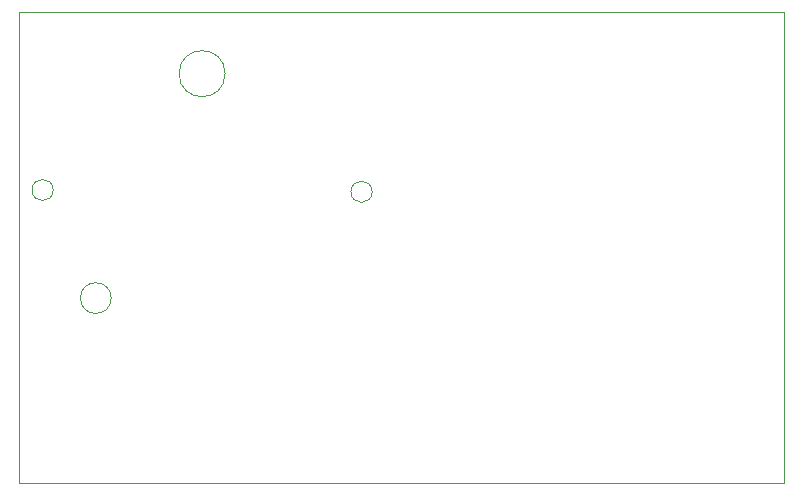
<source format=gbr>
%TF.GenerationSoftware,KiCad,Pcbnew,8.0.8*%
%TF.CreationDate,2025-02-27T22:43:43-08:00*%
%TF.ProjectId,display_pcb,64697370-6c61-4795-9f70-63622e6b6963,rev?*%
%TF.SameCoordinates,Original*%
%TF.FileFunction,Profile,NP*%
%FSLAX46Y46*%
G04 Gerber Fmt 4.6, Leading zero omitted, Abs format (unit mm)*
G04 Created by KiCad (PCBNEW 8.0.8) date 2025-02-27 22:43:43*
%MOMM*%
%LPD*%
G01*
G04 APERTURE LIST*
%TA.AperFunction,Profile*%
%ADD10C,0.050000*%
%TD*%
G04 APERTURE END LIST*
D10*
X111167500Y-77344000D02*
X175937500Y-77344000D01*
X175937500Y-117222000D01*
X111167500Y-117222000D01*
X111167500Y-77344000D01*
%TO.C,M1*%
X114031500Y-92424000D02*
G75*
G02*
X112231500Y-92424000I-900000J0D01*
G01*
X112231500Y-92424000D02*
G75*
G02*
X114031500Y-92424000I900000J0D01*
G01*
X118931500Y-101574000D02*
G75*
G02*
X116331500Y-101574000I-1300000J0D01*
G01*
X116331500Y-101574000D02*
G75*
G02*
X118931500Y-101574000I1300000J0D01*
G01*
X128581500Y-82574000D02*
G75*
G02*
X124681500Y-82574000I-1950000J0D01*
G01*
X124681500Y-82574000D02*
G75*
G02*
X128581500Y-82574000I1950000J0D01*
G01*
X141031500Y-92574000D02*
G75*
G02*
X139231500Y-92574000I-900000J0D01*
G01*
X139231500Y-92574000D02*
G75*
G02*
X141031500Y-92574000I900000J0D01*
G01*
%TD*%
M02*

</source>
